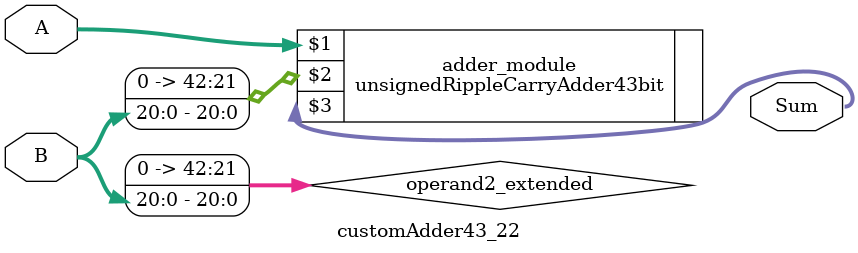
<source format=v>
module customAdder43_22(
                        input [42 : 0] A,
                        input [20 : 0] B,
                        
                        output [43 : 0] Sum
                );

        wire [42 : 0] operand2_extended;
        
        assign operand2_extended =  {22'b0, B};
        
        unsignedRippleCarryAdder43bit adder_module(
            A,
            operand2_extended,
            Sum
        );
        
        endmodule
        
</source>
